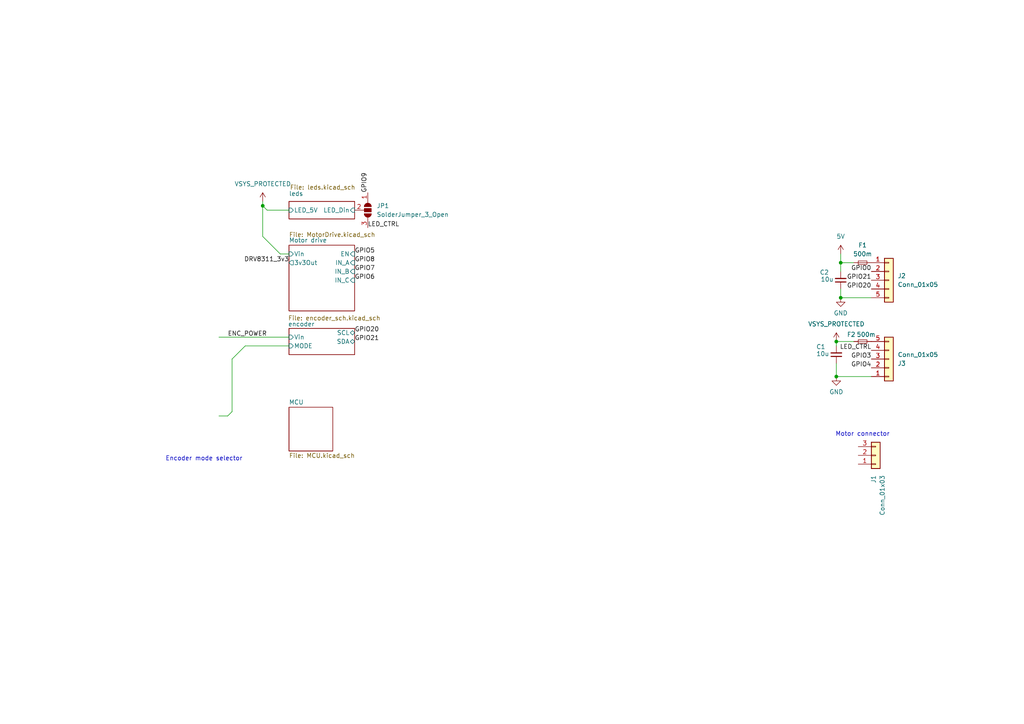
<source format=kicad_sch>
(kicad_sch (version 20250114) (generator "eeschema") (generator_version "9.0")
  (paper "A4")
  (title_block (title "QNOB") (date "2025-04-17") (rev "0.5") (company "12M Design") (comment 1 "Alper Basaran"))
  (lib_symbols
    (symbol "Connector_Generic:Conn_01x03" (pin_names (offset 1.016) (hide yes))
      (property "Reference" "J" (at 0 5.08 0))
      (property "Value" "Conn_01x03" (at 0 -5.08 0))
      (symbol "Conn_01x03_1_1"
        (rectangle (start -1.27 3.81) (end 1.27 -3.81) (stroke (width 0.254)) (fill (type background)))
        (rectangle (start -1.27 2.667) (end 0 2.413) (stroke (width 0.1524)))
        (rectangle (start -1.27 0.127) (end 0 -0.127) (stroke (width 0.1524)))
        (rectangle (start -1.27 -2.413) (end 0 -2.667) (stroke (width 0.1524)))
        (pin passive line (at -5.08 2.54 0) (length 3.81) (name "Pin_1") (number "1"))
        (pin passive line (at -5.08 0 0) (length 3.81) (name "Pin_2") (number "2"))
        (pin passive line (at -5.08 -2.54 0) (length 3.81) (name "Pin_3") (number "3"))
      )
    )
    (symbol "Connector_Generic:Conn_01x05" (pin_names (offset 1.016) (hide yes))
      (property "Reference" "J" (at 0 7.62 0))
      (property "Value" "Conn_01x05" (at 0 -7.62 0))
      (symbol "Conn_01x05_1_1"
        (rectangle (start -1.27 6.35) (end 1.27 -6.35) (stroke (width 0.254)) (fill (type background)))
        (rectangle (start -1.27 5.207) (end 0 4.953) (stroke (width 0.1524)))
        (rectangle (start -1.27 2.667) (end 0 2.413) (stroke (width 0.1524)))
        (rectangle (start -1.27 0.127) (end 0 -0.127) (stroke (width 0.1524)))
        (rectangle (start -1.27 -2.413) (end 0 -2.667) (stroke (width 0.1524)))
        (rectangle (start -1.27 -4.953) (end 0 -5.207) (stroke (width 0.1524)))
        (pin passive line (at -5.08 5.08 0) (length 3.81) (name "Pin_1") (number "1"))
        (pin passive line (at -5.08 2.54 0) (length 3.81) (name "Pin_2") (number "2"))
        (pin passive line (at -5.08 0 0) (length 3.81) (name "Pin_3") (number "3"))
        (pin passive line (at -5.08 -2.54 0) (length 3.81) (name "Pin_4") (number "4"))
        (pin passive line (at -5.08 -5.08 0) (length 3.81) (name "Pin_5") (number "5"))
      )
    )
    (symbol "Device:C_Small" (pin_numbers (hide yes)) (pin_names (offset 0.254) (hide yes))
      (property "Reference" "C" (at 0.254 1.778 0))
      (property "Value" "C_Small" (at 0.254 -2.032 0))
      (symbol "C_Small_0_1"
        (polyline (pts (xy -1.524 0.508) (xy 1.524 0.508)) (stroke (width 0.3048)))
        (polyline (pts (xy -1.524 -0.508) (xy 1.524 -0.508)) (stroke (width 0.3302)))
      )
      (symbol "C_Small_1_1"
        (pin passive line (at 0 2.54 270) (length 2.032) (name "~") (number "1"))
        (pin passive line (at 0 -2.54 90) (length 2.032) (name "~") (number "2"))
      )
    )
    (symbol "Device:Fuse_Small" (pin_numbers (hide yes)) (pin_names (offset 0.254) (hide yes))
      (property "Reference" "F" (at 0 -1.524 0))
      (property "Value" "Fuse_Small" (at 0 1.524 0))
      (symbol "Fuse_Small_0_1"
        (rectangle (start -1.27 0.508) (end 1.27 -0.508))
        (polyline (pts (xy -1.27 0) (xy 1.27 0)))
      )
      (symbol "Fuse_Small_1_1"
        (pin passive line (at -2.54 0 0) (length 1.27) (name "~") (number "1"))
        (pin passive line (at 2.54 0 180) (length 1.27) (name "~") (number "2"))
      )
    )
    (symbol "Jumper:SolderJumper_3_Open" (pin_names (offset 0) (hide yes)) (exclude_from_sim yes) (in_bom no)
      (property "Reference" "JP" (at -2.54 -2.54 0))
      (property "Value" "SolderJumper_3_Open" (at 0 2.794 0))
      (symbol "SolderJumper_3_Open_0_1"
        (polyline (pts (xy -2.54 0) (xy -2.032 0)))
        (polyline (pts (xy -1.016 1.016) (xy -1.016 -1.016)))
        (arc (start -1.016 -1.016) (mid -2.0276 0) (end -1.016 1.016))
        (arc (start -1.016 -1.016) (mid -2.0276 0) (end -1.016 1.016) (fill (type outline)))
        (rectangle (start -0.508 1.016) (end 0.508 -1.016) (fill (type outline)))
        (polyline (pts (xy 0 -1.27) (xy 0 -1.016)))
        (arc (start 1.016 1.016) (mid 2.0276 0) (end 1.016 -1.016))
        (arc (start 1.016 1.016) (mid 2.0276 0) (end 1.016 -1.016) (fill (type outline)))
        (polyline (pts (xy 1.016 1.016) (xy 1.016 -1.016)))
        (polyline (pts (xy 2.54 0) (xy 2.032 0)))
      )
      (symbol "SolderJumper_3_Open_1_1"
        (pin passive line (at -5.08 0 0) (length 2.54) (name "A") (number "1"))
        (pin passive line (at 0 -3.81 90) (length 2.54) (name "C") (number "2"))
        (pin passive line (at 5.08 0 180) (length 2.54) (name "B") (number "3"))
      )
    )
    (symbol "power:GND" (power) (pin_names (offset 0))
      (property "Value" "GND" (at 0 -3.81 0))
      (symbol "GND_0_1"
        (polyline (pts (xy 0 0) (xy 0 -1.27) (xy 1.27 -1.27) (xy 0 -2.54) (xy -1.27 -1.27) (xy 0 -1.27)))
      )
      (symbol "GND_1_1"
        (pin power_in line (at 0 0 270) (length 0) (hide yes) (name "GND") (number "1"))
      )
    )
    (symbol "power:VDD" (power) (pin_numbers (hide yes)) (pin_names (offset 0) (hide yes))
      (property "Value" "VDD" (at 0 3.556 0))
      (symbol "VDD_0_1"
        (polyline (pts (xy -0.762 1.27) (xy 0 2.54)))
        (polyline (pts (xy 0 2.54) (xy 0.762 1.27)))
        (polyline (pts (xy 0 0) (xy 0 2.54)))
      )
      (symbol "VDD_1_1"
        (pin power_in line (at 0 0 90) (length 0) (name "~") (number "1"))
      )
    )
  )
  (text "Motor connector" (at 250.19 125.984 0) (effects (font (size 1.27 1.27))))
  (text "Encoder mode selector" (at 59.182 133.096 0) (effects (font (size 1.27 1.27))))
  (junction (at 243.84 86.36))
  (junction (at 242.57 109.22))
  (junction (at 243.84 76.2))
  (junction (at 242.57 99.06))
  (junction (at 76.2 59.69))
  (wire (pts (xy 242.57 105.41) (xy 242.57 109.22)))
  (wire (pts (xy 67.31 119.38) (xy 66.04 120.65)))
  (wire (pts (xy 242.57 109.22) (xy 252.73 109.22)))
  (wire (pts (xy 77.47 60.96) (xy 76.2 59.69)))
  (wire (pts (xy 81.28 73.66) (xy 76.2 68.58)))
  (wire (pts (xy 63.5 120.65) (xy 66.04 120.65)))
  (wire (pts (xy 242.57 99.06) (xy 242.57 100.33)))
  (wire (pts (xy 243.84 76.2) (xy 247.65 76.2)))
  (wire (pts (xy 243.84 73.66) (xy 243.84 76.2)))
  (wire (pts (xy 252.73 86.36) (xy 243.84 86.36)))
  (wire (pts (xy 63.5 97.79) (xy 83.82 97.79)))
  (wire (pts (xy 76.2 58.42) (xy 76.2 59.69)))
  (wire (pts (xy 243.84 76.2) (xy 243.84 78.74)))
  (wire (pts (xy 83.82 60.96) (xy 77.47 60.96)))
  (wire (pts (xy 76.2 59.69) (xy 76.2 68.58)))
  (wire (pts (xy 71.12 100.33) (xy 83.82 100.33)))
  (wire (pts (xy 243.84 83.82) (xy 243.84 86.36)))
  (wire (pts (xy 242.57 99.06) (xy 247.65 99.06)))
  (wire (pts (xy 83.82 73.66) (xy 81.28 73.66)))
  (wire (pts (xy 67.31 104.14) (xy 71.12 100.33)))
  (wire (pts (xy 67.31 104.14) (xy 67.31 119.38)))
  (label "GPIO6" (at 102.87 81.28 0))
  (label "GPIO3" (at 252.73 104.14 180))
  (label "GPIO0" (at 252.73 78.74 180))
  (label "GPIO8" (at 102.87 76.2 0))
  (label "GPIO20" (at 252.73 83.82 180))
  (label "GPIO21" (at 102.87 99.06 0))
  (label "GPIO20" (at 102.87 96.52 0))
  (label "GPIO21" (at 252.73 81.28 180))
  (label "LED_CTRL" (at 252.73 101.6 180))
  (label "GPIO9" (at 106.68 55.88 90))
  (label "GPIO7" (at 102.87 78.74 0))
  (label "GPIO4" (at 252.73 106.68 180))
  (label "LED_CTRL" (at 106.68 66.04 0))
  (label "DRV8311_3v3" (at 83.82 76.2 180))
  (label "ENC_POWER" (at 66.04 97.79 0))
  (label "GPIO5" (at 102.87 73.66 0))
  (symbol (lib_id "Device:Fuse_Small") (at 250.19 76.2 0) (unit 1)
    (property "Reference" "F1" (at 250.19 71.12 0))
    (property "Value" "500m" (at 250.19 73.66 0))
    (property "Footprint" "Fuse:Fuse_0603_1608Metric_Pad1.05x0.95mm_HandSolder" (effects (hide yes)))
    (property "Description" "Fuse, small symbol" (effects (hide yes)))
  )
  (symbol (lib_id "Device:Fuse_Small") (at 250.19 99.06 0) (unit 1)
    (property "Reference" "F2" (at 246.888 97.028 0))
    (property "Value" "500m" (at 251.206 97.028 0))
    (property "Footprint" "Fuse:Fuse_0603_1608Metric_Pad1.05x0.95mm_HandSolder" (effects (hide yes)))
    (property "Description" "Fuse, small symbol" (effects (hide yes)))
  )
  (symbol (lib_id "Connector_Generic:Conn_01x05") (at 257.81 104.14 0) (mirror x) (unit 1)
    (property "Reference" "J3" (at 260.35 105.4101 0) (effects (justify left)))
    (property "Value" "Conn_01x05" (at 260.35 102.8701 0) (effects (justify left)))
    (property "Footprint" "Connector_Molex:Molex_PicoBlade_53048-0510_1x05_P1.25mm_Horizontal" (effects (hide yes)))
    (property "Description" "Generic connector, single row, 01x05, script generated (kicad-library-utils/schlib/autogen/connector/)" (effects (hide yes)))
  )
  (symbol (lib_id "Connector_Generic:Conn_01x03") (at 254 132.08 0) (mirror x) (unit 1)
    (property "Reference" "J1" (at 253.365 137.795 90) (effects (justify left)))
    (property "Value" "Conn_01x03" (at 255.905 137.795 90) (effects (justify left)))
    (property "Footprint" "Connector_Molex:Molex_PicoBlade_53048-0310_1x03_P1.25mm_Horizontal" (effects (hide yes)))
  )
  (symbol (lib_id "Jumper:SolderJumper_3_Open") (at 106.68 60.96 270) (unit 1) (exclude_from_sim yes) (in_bom no)
    (property "Reference" "JP1" (at 109.22 59.6899 90) (effects (justify left)))
    (property "Value" "SolderJumper_3_Open" (at 109.22 62.2299 90) (effects (justify left)))
    (property "Footprint" "Jumper:SolderJumper-3_P1.3mm_Open_RoundedPad1.0x1.5mm" (effects (hide yes)))
    (property "Description" "Solder Jumper, 3-pole, open" (effects (hide yes)))
  )
  (symbol (lib_id "power:VDD") (at 76.2 58.42 0) (unit 1)
    (property "Reference" "#PWR01" (effects (hide yes)))
    (property "Value" "VSYS_PROTECTED" (at 76.2 53.34 0))
    (property "Description" "Power symbol creates a global label with name \"VDD\"" (effects (hide yes)))
  )
  (symbol (lib_id "Device:C_Small") (at 242.57 102.87 180) (unit 1)
    (property "Reference" "C1" (at 236.728 100.584 0) (effects (justify right)))
    (property "Value" "10u" (at 236.728 102.616 0) (effects (justify right)))
    (property "Footprint" "Capacitor_SMD:C_0402_1005Metric" (effects (hide yes)))
  )
  (symbol (lib_id "power:VDD") (at 243.84 73.66 0) (unit 1)
    (property "Reference" "#PWR04" (effects (hide yes)))
    (property "Value" "5V" (at 243.84 68.58 0))
    (property "Description" "Power symbol creates a global label with name \"VDD\"" (effects (hide yes)))
  )
  (symbol (lib_id "power:GND") (at 243.84 86.36 0) (unit 1)
    (property "Reference" "#PWR05" (effects (hide yes)))
    (property "Value" "GND" (at 243.84 90.805 0))
  )
  (symbol (lib_id "power:VDD") (at 242.57 99.06 0) (unit 1)
    (property "Reference" "#PWR02" (effects (hide yes)))
    (property "Value" "VSYS_PROTECTED" (at 242.57 93.98 0))
    (property "Description" "Power symbol creates a global label with name \"VDD\"" (effects (hide yes)))
  )
  (symbol (lib_id "Device:C_Small") (at 243.84 81.28 180) (unit 1)
    (property "Reference" "C2" (at 237.744 78.994 0) (effects (justify right)))
    (property "Value" "10u" (at 237.998 81.026 0) (effects (justify right)))
    (property "Footprint" "Capacitor_SMD:C_0402_1005Metric" (effects (hide yes)))
  )
  (symbol (lib_id "Connector_Generic:Conn_01x05") (at 257.81 81.28 0) (unit 1)
    (property "Reference" "J2" (at 260.35 80.0099 0) (effects (justify left)))
    (property "Value" "Conn_01x05" (at 260.35 82.5499 0) (effects (justify left)))
    (property "Footprint" "Connector_Molex:Molex_PicoBlade_53048-0510_1x05_P1.25mm_Horizontal" (effects (hide yes)))
    (property "Description" "Generic connector, single row, 01x05, script generated (kicad-library-utils/schlib/autogen/connector/)" (effects (hide yes)))
  )
  (symbol (lib_id "power:GND") (at 242.57 109.22 0) (unit 1)
    (property "Reference" "#PWR03" (effects (hide yes)))
    (property "Value" "GND" (at 242.57 113.665 0))
  )
  (sheet (at 83.82 71.12) (size 19.05 19.05) (stroke (width 0.1524))
    (property "Sheetname" "Motor drive" (at 83.82 70.4084 0) (effects (justify left bottom)))
    (property "Sheetfile" "MotorDrive.kicad_sch" (at 83.82 67.31 0) (effects (justify left top)))
    (pin "IN_A" input (at 102.87 76.2 0))
    (pin "IN_B" input (at 102.87 78.74 0))
    (pin "EN" input (at 102.87 73.66 0))
    (pin "Vin" input (at 83.82 73.66 180))
    (pin "IN_C" input (at 102.87 81.28 0))
    (pin "3v3Out" output (at 83.82 76.2 180))
  )
  (sheet (at 83.82 95.25) (size 19.05 7.62) (stroke (width 0.1524))
    (property "Sheetname" "encoder" (at 83.566 94.742 0) (effects (justify left bottom)))
    (property "Sheetfile" "encoder_sch.kicad_sch" (at 83.566 91.5166 0) (effects (justify left top)))
    (pin "SDA" bidirectional (at 102.87 99.06 0))
    (pin "SCL" bidirectional (at 102.87 96.52 0))
    (pin "Vin" input (at 83.82 97.79 180))
    (pin "MODE" input (at 83.82 100.33 180))
  )
  (sheet (at 83.82 58.42) (size 19.05 5.08) (stroke (width 0.1524))
    (property "Sheetname" "leds" (at 83.82 56.896 0) (effects (justify left bottom)))
    (property "Sheetfile" "leds.kicad_sch" (at 84.074 53.594 0) (effects (justify left top)))
    (pin "LED_5V" input (at 83.82 60.96 180))
    (pin "LED_Din" input (at 102.87 60.96 0))
  )
  (sheet (at 83.82 118.11) (size 12.7 12.7) (stroke (width 0.1524))
    (property "Sheetname" "MCU" (at 83.82 117.3984 0) (effects (justify left bottom)))
    (property "Sheetfile" "MCU.kicad_sch" (at 83.82 131.3946 0) (effects (justify left top)))
  )
)
</source>
